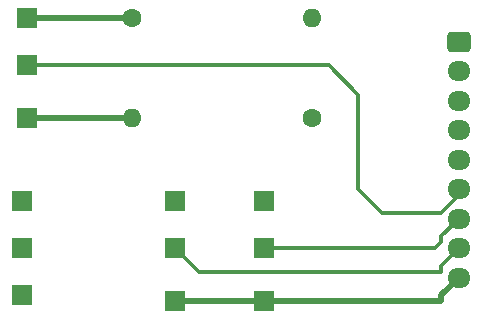
<source format=gbr>
%TF.GenerationSoftware,KiCad,Pcbnew,8.0.7*%
%TF.CreationDate,2024-12-27T16:43:21+10:00*%
%TF.ProjectId,Input Board 2,496e7075-7420-4426-9f61-726420322e6b,rev?*%
%TF.SameCoordinates,Original*%
%TF.FileFunction,Copper,L1,Top*%
%TF.FilePolarity,Positive*%
%FSLAX46Y46*%
G04 Gerber Fmt 4.6, Leading zero omitted, Abs format (unit mm)*
G04 Created by KiCad (PCBNEW 8.0.7) date 2024-12-27 16:43:21*
%MOMM*%
%LPD*%
G01*
G04 APERTURE LIST*
G04 Aperture macros list*
%AMRoundRect*
0 Rectangle with rounded corners*
0 $1 Rounding radius*
0 $2 $3 $4 $5 $6 $7 $8 $9 X,Y pos of 4 corners*
0 Add a 4 corners polygon primitive as box body*
4,1,4,$2,$3,$4,$5,$6,$7,$8,$9,$2,$3,0*
0 Add four circle primitives for the rounded corners*
1,1,$1+$1,$2,$3*
1,1,$1+$1,$4,$5*
1,1,$1+$1,$6,$7*
1,1,$1+$1,$8,$9*
0 Add four rect primitives between the rounded corners*
20,1,$1+$1,$2,$3,$4,$5,0*
20,1,$1+$1,$4,$5,$6,$7,0*
20,1,$1+$1,$6,$7,$8,$9,0*
20,1,$1+$1,$8,$9,$2,$3,0*%
G04 Aperture macros list end*
%TA.AperFunction,ComponentPad*%
%ADD10R,1.700000X1.700000*%
%TD*%
%TA.AperFunction,ComponentPad*%
%ADD11C,1.600000*%
%TD*%
%TA.AperFunction,ComponentPad*%
%ADD12O,1.600000X1.600000*%
%TD*%
%TA.AperFunction,ComponentPad*%
%ADD13RoundRect,0.250000X-0.725000X0.600000X-0.725000X-0.600000X0.725000X-0.600000X0.725000X0.600000X0*%
%TD*%
%TA.AperFunction,ComponentPad*%
%ADD14O,1.950000X1.700000*%
%TD*%
%TA.AperFunction,Conductor*%
%ADD15C,0.500000*%
%TD*%
%TA.AperFunction,Conductor*%
%ADD16C,0.300000*%
%TD*%
G04 APERTURE END LIST*
D10*
%TO.P,J4,1,Pin_1*%
%TO.N,T4*%
X108500000Y-111000000D03*
%TD*%
D11*
%TO.P,R1,1*%
%TO.N,+3.3V*%
X133120000Y-96000000D03*
D12*
%TO.P,R1,2*%
%TO.N,Net-(J6-Pin_1)*%
X117880000Y-96000000D03*
%TD*%
D10*
%TO.P,J12,1,Pin_1*%
%TO.N,+5V*%
X121500000Y-103000000D03*
%TD*%
%TO.P,J10,1,Pin_1*%
%TO.N,GND*%
X129000000Y-111500000D03*
%TD*%
%TO.P,J3,1,Pin_1*%
%TO.N,T3*%
X108500000Y-107000000D03*
%TD*%
D11*
%TO.P,R2,1*%
%TO.N,Net-(J7-Pin_1)*%
X117880000Y-87500000D03*
D12*
%TO.P,R2,2*%
%TO.N,+5V*%
X133120000Y-87500000D03*
%TD*%
D13*
%TO.P,J1,1,1*%
%TO.N,+5V*%
X145500000Y-89500000D03*
D14*
%TO.P,J1,2,2*%
%TO.N,+3.3V*%
X145500000Y-92000000D03*
%TO.P,J1,3,3*%
%TO.N,T2*%
X145500000Y-94500000D03*
%TO.P,J1,4,4*%
%TO.N,T3*%
X145500000Y-97000000D03*
%TO.P,J1,5,5*%
%TO.N,T4*%
X145500000Y-99500000D03*
%TO.P,J1,6,6*%
%TO.N,A0*%
X145500000Y-102000000D03*
%TO.P,J1,7,7*%
%TO.N,D9*%
X145500000Y-104500000D03*
%TO.P,J1,8,8*%
%TO.N,D8*%
X145500000Y-107000000D03*
%TO.P,J1,9,9*%
%TO.N,GND*%
X145500000Y-109500000D03*
%TD*%
D10*
%TO.P,J6,1,Pin_1*%
%TO.N,Net-(J6-Pin_1)*%
X109000000Y-96000000D03*
%TD*%
%TO.P,J7,1,Pin_1*%
%TO.N,Net-(J7-Pin_1)*%
X109000000Y-87500000D03*
%TD*%
%TO.P,J8,1,Pin_1*%
%TO.N,D9*%
X129000000Y-107000000D03*
%TD*%
%TO.P,J11,1,Pin_1*%
%TO.N,D8*%
X121500000Y-107000000D03*
%TD*%
%TO.P,J2,1,Pin_1*%
%TO.N,T2*%
X108500000Y-103000000D03*
%TD*%
%TO.P,J5,1,Pin_1*%
%TO.N,A0*%
X109000000Y-91500000D03*
%TD*%
%TO.P,J9,1,Pin_1*%
%TO.N,+5V*%
X129000000Y-103000000D03*
%TD*%
%TO.P,J13,1,Pin_1*%
%TO.N,GND*%
X121500000Y-111500000D03*
%TD*%
D15*
%TO.N,GND*%
X129000000Y-111500000D02*
X121500000Y-111500000D01*
X144000000Y-111500000D02*
X144000000Y-111000000D01*
X144000000Y-111000000D02*
X145500000Y-109500000D01*
X144000000Y-111500000D02*
X129000000Y-111500000D01*
D16*
%TO.N,D8*%
X144000000Y-108500000D02*
X144000000Y-109000000D01*
X145500000Y-107000000D02*
X144000000Y-108500000D01*
X121500000Y-107000000D02*
X123500000Y-109000000D01*
X123500000Y-109000000D02*
X144000000Y-109000000D01*
%TO.N,A0*%
X109000000Y-91500000D02*
X134500000Y-91500000D01*
X145500000Y-102500000D02*
X144000000Y-104000000D01*
X134500000Y-91500000D02*
X137000000Y-94000000D01*
X137000000Y-94000000D02*
X137000000Y-102000000D01*
X139000000Y-104000000D02*
X144000000Y-104000000D01*
X145500000Y-102000000D02*
X145500000Y-102500000D01*
X137000000Y-102000000D02*
X139000000Y-104000000D01*
%TO.N,D9*%
X145500000Y-104500000D02*
X144000000Y-106000000D01*
X144000000Y-106000000D02*
X144000000Y-106500000D01*
X129000000Y-107000000D02*
X143500000Y-107000000D01*
X143500000Y-107000000D02*
X144000000Y-106500000D01*
D15*
%TO.N,Net-(J6-Pin_1)*%
X117880000Y-96000000D02*
X109000000Y-96000000D01*
%TO.N,Net-(J7-Pin_1)*%
X117880000Y-87500000D02*
X109000000Y-87500000D01*
%TD*%
M02*

</source>
